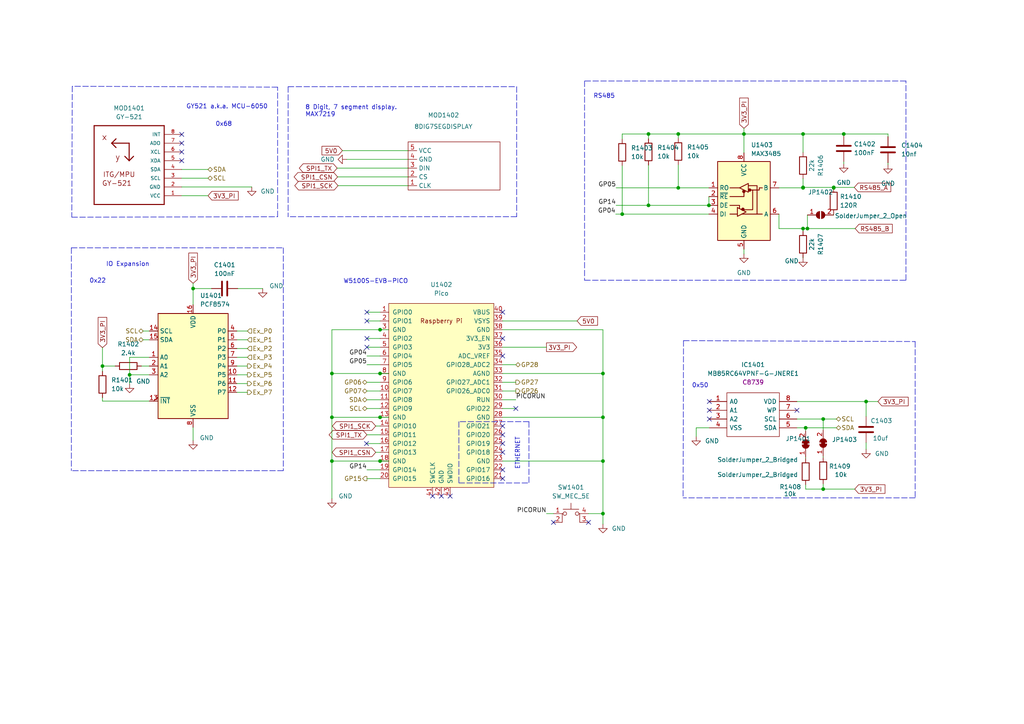
<source format=kicad_sch>
(kicad_sch (version 20211123) (generator eeschema)
  (paper "A4")
  (lib_symbols
    (symbol "Device:C" (pin_numbers hide) (pin_names (offset 0.254))
      (property "Reference" "C" (at 0.635 2.54 0))
      (property "Value" "C" (at 0.635 -2.54 0))
      (symbol "C_0_1"
        (polyline (pts (xy -2.032 -0.762) (xy 2.032 -0.762)) (stroke (width 0.508)))
        (polyline (pts (xy -2.032 0.762) (xy 2.032 0.762)) (stroke (width 0.508)))
      )
      (symbol "C_1_1"
        (pin passive line (at 0 3.81 270) (length 2.794) (name "~") (number "1"))
        (pin passive line (at 0 -3.81 90) (length 2.794) (name "~") (number "2"))
      )
    )
    (symbol "Device:R" (pin_numbers hide) (pin_names (offset 0))
      (property "Reference" "R" (at 2.032 0 90))
      (property "Value" "R" (at 0 0 90))
      (symbol "R_0_1"
        (rectangle (start -1.016 -2.54) (end 1.016 2.54) (stroke (width 0.254)))
      )
      (symbol "R_1_1"
        (pin passive line (at 0 3.81 270) (length 1.27) (name "~") (number "1"))
        (pin passive line (at 0 -3.81 90) (length 1.27) (name "~") (number "2"))
      )
    )
    (symbol "Interface_Expansion:PCF8574"
      (property "Reference" "U" (at -8.89 16.51 0))
      (property "Value" "PCF8574" (at 2.54 16.51 0))
      (symbol "PCF8574_0_1"
        (rectangle (start -10.16 15.24) (end 10.16 -15.24) (stroke (width 0.254)) (fill (type background)))
      )
      (symbol "PCF8574_1_1"
        (pin input line (at -12.7 2.54 0) (length 2.54) (name "A0") (number "1"))
        (pin bidirectional line (at 12.7 -2.54 180) (length 2.54) (name "P5") (number "10"))
        (pin bidirectional line (at 12.7 -5.08 180) (length 2.54) (name "P6") (number "11"))
        (pin bidirectional line (at 12.7 -7.62 180) (length 2.54) (name "P7") (number "12"))
        (pin open_collector output_low (at -12.7 -10.16 0) (length 2.54) (name "~{INT}") (number "13"))
        (pin input line (at -12.7 10.16 0) (length 2.54) (name "SCL") (number "14"))
        (pin bidirectional line (at -12.7 7.62 0) (length 2.54) (name "SDA") (number "15"))
        (pin power_in line (at 0 17.78 270) (length 2.54) (name "VDD") (number "16"))
        (pin input line (at -12.7 0 0) (length 2.54) (name "A1") (number "2"))
        (pin input line (at -12.7 -2.54 0) (length 2.54) (name "A2") (number "3"))
        (pin bidirectional line (at 12.7 10.16 180) (length 2.54) (name "P0") (number "4"))
        (pin bidirectional line (at 12.7 7.62 180) (length 2.54) (name "P1") (number "5"))
        (pin bidirectional line (at 12.7 5.08 180) (length 2.54) (name "P2") (number "6"))
        (pin bidirectional line (at 12.7 2.54 180) (length 2.54) (name "P3") (number "7"))
        (pin power_in line (at 0 -17.78 90) (length 2.54) (name "VSS") (number "8"))
        (pin bidirectional line (at 12.7 0 180) (length 2.54) (name "P4") (number "9"))
      )
    )
    (symbol "Interface_UART:MAX3485"
      (property "Reference" "U" (at -6.096 11.43 0))
      (property "Value" "MAX3485" (at 0.762 11.43 0))
      (symbol "MAX3485_0_1"
        (rectangle (start -7.62 10.16) (end 7.62 -12.7) (stroke (width 0.254)) (fill (type background)))
        (circle (center -0.3048 -3.683) (radius 0.3556) (stroke (width 0.254)) (fill (type outline)))
        (circle (center -0.0254 1.4986) (radius 0.3556) (stroke (width 0.254)) (fill (type outline)))
        (polyline (pts (xy -4.064 -5.08) (xy -1.905 -5.08)) (stroke (width 0.254)))
        (polyline (pts (xy -4.064 2.54) (xy -1.27 2.54)) (stroke (width 0.254)))
        (polyline (pts (xy -1.27 -3.2004) (xy -1.27 -3.4544)) (stroke (width 0.254)))
        (polyline (pts (xy -0.635 -5.08) (xy 5.334 -5.08)) (stroke (width 0.254)))
        (polyline (pts (xy -4.064 -2.54) (xy -1.27 -2.54) (xy -1.27 -3.175)) (stroke (width 0.254)))
        (polyline (pts (xy 0 1.27) (xy 0 0) (xy -4.064 0)) (stroke (width 0.254)))
        (polyline (pts (xy 1.27 3.175) (xy 3.81 3.175) (xy 3.81 -5.08)) (stroke (width 0.254)))
        (polyline (pts (xy 2.54 1.905) (xy 2.54 -3.81) (xy 0 -3.81)) (stroke (width 0.254)))
        (polyline (pts (xy -1.905 -3.175) (xy -1.905 -5.715) (xy 0.635 -4.445) (xy -1.905 -3.175)) (stroke (width 0.254)))
        (polyline (pts (xy -1.27 2.54) (xy 1.27 3.81) (xy 1.27 1.27) (xy -1.27 2.54)) (stroke (width 0.254)))
        (polyline (pts (xy 1.905 1.905) (xy 4.445 1.905) (xy 4.445 2.54) (xy 5.334 2.54)) (stroke (width 0.254)))
        (rectangle (start 1.27 3.175) (end 1.27 3.175))
        (circle (center 1.651 1.905) (radius 0.3556) (stroke (width 0.254)) (fill (type outline)))
      )
      (symbol "MAX3485_1_1"
        (pin output line (at -10.16 2.54 0) (length 2.54) (name "RO") (number "1"))
        (pin input line (at -10.16 0 0) (length 2.54) (name "~{RE}") (number "2"))
        (pin input line (at -10.16 -2.54 0) (length 2.54) (name "DE") (number "3"))
        (pin input line (at -10.16 -5.08 0) (length 2.54) (name "DI") (number "4"))
        (pin power_in line (at 0 -15.24 90) (length 2.54) (name "GND") (number "5"))
        (pin bidirectional line (at 10.16 -5.08 180) (length 2.54) (name "A") (number "6"))
        (pin bidirectional line (at 10.16 2.54 180) (length 2.54) (name "B") (number "7"))
        (pin power_in line (at 0 12.7 270) (length 2.54) (name "VCC") (number "8"))
      )
    )
    (symbol "Jumper:SolderJumper_2_Bridged" (pin_names (offset 0) hide)
      (property "Reference" "JP" (at 0 2.032 0))
      (property "Value" "SolderJumper_2_Bridged" (at 0 -2.54 0))
      (symbol "SolderJumper_2_Bridged_0_1"
        (rectangle (start -0.508 0.508) (end 0.508 -0.508) (fill (type outline)))
        (arc (start -0.254 1.016) (mid -1.27 0) (end -0.254 -1.016))
        (arc (start -0.254 1.016) (mid -1.27 0) (end -0.254 -1.016) (fill (type outline)))
        (polyline (pts (xy -0.254 1.016) (xy -0.254 -1.016)))
        (polyline (pts (xy 0.254 1.016) (xy 0.254 -1.016)))
        (arc (start 0.254 -1.016) (mid 1.27 0) (end 0.254 1.016))
        (arc (start 0.254 -1.016) (mid 1.27 0) (end 0.254 1.016) (fill (type outline)))
      )
      (symbol "SolderJumper_2_Bridged_1_1"
        (pin passive line (at -3.81 0 0) (length 2.54) (name "A") (number "1"))
        (pin passive line (at 3.81 0 180) (length 2.54) (name "B") (number "2"))
      )
    )
    (symbol "Jumper:SolderJumper_2_Open" (pin_names (offset 0) hide)
      (property "Reference" "JP" (at 0 2.032 0))
      (property "Value" "SolderJumper_2_Open" (at 0 -2.54 0))
      (symbol "SolderJumper_2_Open_0_1"
        (arc (start -0.254 1.016) (mid -1.27 0) (end -0.254 -1.016))
        (arc (start -0.254 1.016) (mid -1.27 0) (end -0.254 -1.016) (fill (type outline)))
        (polyline (pts (xy -0.254 1.016) (xy -0.254 -1.016)))
        (polyline (pts (xy 0.254 1.016) (xy 0.254 -1.016)))
        (arc (start 0.254 -1.016) (mid 1.27 0) (end 0.254 1.016))
        (arc (start 0.254 -1.016) (mid 1.27 0) (end 0.254 1.016) (fill (type outline)))
      )
      (symbol "SolderJumper_2_Open_1_1"
        (pin passive line (at -3.81 0 0) (length 2.54) (name "A") (number "1"))
        (pin passive line (at 3.81 0 180) (length 2.54) (name "B") (number "2"))
      )
    )
    (symbol "PCB_Library:8DIG7SEGDISPLAY"
      (property "Reference" "MOD" (at 2.54 10.16 0))
      (property "Value" "8DIG7SEGDISPLAY" (at 2.54 7.62 0))
      (symbol "8DIG7SEGDISPLAY_0_1"
        (rectangle (start -10.16 5.08) (end 16.51 -8.89))
      )
      (symbol "8DIG7SEGDISPLAY_1_1"
        (pin bidirectional line (at -10.16 -7.62 0) (length 2.54) (name "CLK") (number "1"))
        (pin bidirectional line (at -10.16 -5.08 0) (length 2.54) (name "CS") (number "2"))
        (pin bidirectional line (at -10.16 -2.54 0) (length 2.54) (name "DIN") (number "3"))
        (pin input line (at -10.16 0 0) (length 2.54) (name "GND") (number "4"))
        (pin input line (at -10.16 2.54 0) (length 2.54) (name "VCC") (number "5"))
      )
    )
    (symbol "PCB_Library:GY-521" (pin_names (offset 1.016))
      (property "Reference" "MOD" (at 0 3.302 0))
      (property "Value" "GY-521" (at 0 -22.86 0))
      (symbol "GY-521_0_0"
        (polyline (pts (xy 0 -20.32) (xy 20.32 -20.32)) (stroke (width 0.3048)))
        (polyline (pts (xy 0 2.54) (xy 0 -20.32)) (stroke (width 0.3048)))
        (polyline (pts (xy 10.16 -15.24) (xy 10.16 -10.16)) (stroke (width 0.3048)))
        (polyline (pts (xy 10.16 -15.24) (xy 15.24 -15.24)) (stroke (width 0.3048)))
        (polyline (pts (xy 10.16 -10.16) (xy 8.89 -11.43)) (stroke (width 0.3048)))
        (polyline (pts (xy 10.16 -10.16) (xy 11.43 -11.43)) (stroke (width 0.3048)))
        (polyline (pts (xy 15.24 -15.24) (xy 13.97 -16.51)) (stroke (width 0.3048)))
        (polyline (pts (xy 15.24 -15.24) (xy 13.97 -13.97)) (stroke (width 0.3048)))
        (polyline (pts (xy 20.32 -20.32) (xy 20.32 2.54)) (stroke (width 0.3048)))
        (polyline (pts (xy 20.32 2.54) (xy 0 2.54)) (stroke (width 0.3048)))
        (text "GY-521" (at 9.398 -2.794 0) (effects (font (size 1.4224 1.4224)) (justify left bottom)))
        (text "ITG/MPU" (at 8.382 -5.334 0) (effects (font (size 1.4224 1.4224)) (justify left bottom)))
        (text "x" (at 16.51 -16.002 0) (effects (font (size 1.778 1.778)) (justify left bottom)))
        (text "y" (at 12.7 -10.16 0) (effects (font (size 1.778 1.778)) (justify left bottom)))
        (pin bidirectional line (at -5.08 0 0) (length 5.08) (name "VCC") (number "1"))
        (pin bidirectional line (at -5.08 -2.54 0) (length 5.08) (name "GND") (number "2"))
        (pin bidirectional line (at -5.08 -5.08 0) (length 5.08) (name "SCL") (number "3"))
        (pin bidirectional line (at -5.08 -7.62 0) (length 5.08) (name "SDA") (number "4"))
        (pin bidirectional line (at -5.08 -10.16 0) (length 5.08) (name "XDA") (number "5"))
        (pin bidirectional line (at -5.08 -12.7 0) (length 5.08) (name "XCL") (number "6"))
        (pin bidirectional line (at -5.08 -15.24 0) (length 5.08) (name "ADO") (number "7"))
        (pin bidirectional line (at -5.08 -17.78 0) (length 5.08) (name "INT") (number "8"))
      )
    )
    (symbol "PCB_Library:MB85RC16PNF-G-JNERE1" (pin_names (offset 0.762))
      (property "Reference" "IC" (at 21.59 7.62 0))
      (property "Value" "MB85RC16PNF-G-JNERE1" (at 21.59 5.08 0))
      (property "LCSC" "C8739" (at 0 0 0))
      (symbol "MB85RC16PNF-G-JNERE1_0_0"
        (pin passive line (at 0 0 0) (length 5.08) (name "A0") (number "1"))
        (pin passive line (at 0 -2.54 0) (length 5.08) (name "A1") (number "2"))
        (pin passive line (at 0 -5.08 0) (length 5.08) (name "A2") (number "3"))
        (pin passive line (at 0 -7.62 0) (length 5.08) (name "VSS") (number "4"))
        (pin passive line (at 25.4 -7.62 180) (length 5.08) (name "SDA") (number "5"))
        (pin passive line (at 25.4 -5.08 180) (length 5.08) (name "SCL") (number "6"))
        (pin passive line (at 25.4 -2.54 180) (length 5.08) (name "WP") (number "7"))
        (pin passive line (at 25.4 0 180) (length 5.08) (name "VDD") (number "8"))
      )
      (symbol "MB85RC16PNF-G-JNERE1_0_1"
        (polyline (pts (xy 5.08 2.54) (xy 20.32 2.54) (xy 20.32 -10.16) (xy 5.08 -10.16) (xy 5.08 2.54)) (stroke (width 0.1524)))
      )
    )
    (symbol "PCB_Library:Pico" (pin_names (offset 1.016))
      (property "Reference" "U" (at -13.97 27.94 0))
      (property "Value" "Pico" (at 0 19.05 0))
      (symbol "Pico_0_0"
        (text "Raspberry Pi" (at 0 21.59 0) (effects (font (size 1.27 1.27))))
      )
      (symbol "Pico_0_1"
        (rectangle (start -15.24 26.67) (end 15.24 -26.67) (fill (type background)))
      )
      (symbol "Pico_1_1"
        (pin bidirectional line (at -17.78 24.13 0) (length 2.54) (name "GPIO0") (number "1"))
        (pin bidirectional line (at -17.78 1.27 0) (length 2.54) (name "GPIO7") (number "10"))
        (pin bidirectional line (at -17.78 -1.27 0) (length 2.54) (name "GPIO8") (number "11"))
        (pin bidirectional line (at -17.78 -3.81 0) (length 2.54) (name "GPIO9") (number "12"))
        (pin power_in line (at -17.78 -6.35 0) (length 2.54) (name "GND") (number "13"))
        (pin bidirectional line (at -17.78 -8.89 0) (length 2.54) (name "GPIO10") (number "14"))
        (pin bidirectional line (at -17.78 -11.43 0) (length 2.54) (name "GPIO11") (number "15"))
        (pin bidirectional line (at -17.78 -13.97 0) (length 2.54) (name "GPIO12") (number "16"))
        (pin bidirectional line (at -17.78 -16.51 0) (length 2.54) (name "GPIO13") (number "17"))
        (pin power_in line (at -17.78 -19.05 0) (length 2.54) (name "GND") (number "18"))
        (pin bidirectional line (at -17.78 -21.59 0) (length 2.54) (name "GPIO14") (number "19"))
        (pin bidirectional line (at -17.78 21.59 0) (length 2.54) (name "GPIO1") (number "2"))
        (pin bidirectional line (at -17.78 -24.13 0) (length 2.54) (name "GPIO15") (number "20"))
        (pin bidirectional line (at 17.78 -24.13 180) (length 2.54) (name "GPIO16") (number "21"))
        (pin bidirectional line (at 17.78 -21.59 180) (length 2.54) (name "GPIO17") (number "22"))
        (pin power_in line (at 17.78 -19.05 180) (length 2.54) (name "GND") (number "23"))
        (pin bidirectional line (at 17.78 -16.51 180) (length 2.54) (name "GPIO18") (number "24"))
        (pin bidirectional line (at 17.78 -13.97 180) (length 2.54) (name "GPIO19") (number "25"))
        (pin bidirectional line (at 17.78 -11.43 180) (length 2.54) (name "GPIO20") (number "26"))
        (pin bidirectional line (at 17.78 -8.89 180) (length 2.54) (name "GPIO21") (number "27"))
        (pin power_in line (at 17.78 -6.35 180) (length 2.54) (name "GND") (number "28"))
        (pin bidirectional line (at 17.78 -3.81 180) (length 2.54) (name "GPIO22") (number "29"))
        (pin power_in line (at -17.78 19.05 0) (length 2.54) (name "GND") (number "3"))
        (pin input line (at 17.78 -1.27 180) (length 2.54) (name "RUN") (number "30"))
        (pin bidirectional line (at 17.78 1.27 180) (length 2.54) (name "GPIO26_ADC0") (number "31"))
        (pin bidirectional line (at 17.78 3.81 180) (length 2.54) (name "GPIO27_ADC1") (number "32"))
        (pin power_in line (at 17.78 6.35 180) (length 2.54) (name "AGND") (number "33"))
        (pin bidirectional line (at 17.78 8.89 180) (length 2.54) (name "GPIO28_ADC2") (number "34"))
        (pin unspecified line (at 17.78 11.43 180) (length 2.54) (name "ADC_VREF") (number "35"))
        (pin unspecified line (at 17.78 13.97 180) (length 2.54) (name "3V3") (number "36"))
        (pin input line (at 17.78 16.51 180) (length 2.54) (name "3V3_EN") (number "37"))
        (pin bidirectional line (at 17.78 19.05 180) (length 2.54) (name "GND") (number "38"))
        (pin unspecified line (at 17.78 21.59 180) (length 2.54) (name "VSYS") (number "39"))
        (pin bidirectional line (at -17.78 16.51 0) (length 2.54) (name "GPIO2") (number "4"))
        (pin unspecified line (at 17.78 24.13 180) (length 2.54) (name "VBUS") (number "40"))
        (pin input line (at -2.54 -29.21 90) (length 2.54) (name "SWCLK") (number "41"))
        (pin power_in line (at 0 -29.21 90) (length 2.54) (name "GND") (number "42"))
        (pin bidirectional line (at 2.54 -29.21 90) (length 2.54) (name "SWDIO") (number "43"))
        (pin bidirectional line (at -17.78 13.97 0) (length 2.54) (name "GPIO3") (number "5"))
        (pin bidirectional line (at -17.78 11.43 0) (length 2.54) (name "GPIO4") (number "6"))
        (pin bidirectional line (at -17.78 8.89 0) (length 2.54) (name "GPIO5") (number "7"))
        (pin power_in line (at -17.78 6.35 0) (length 2.54) (name "GND") (number "8"))
        (pin bidirectional line (at -17.78 3.81 0) (length 2.54) (name "GPIO6") (number "9"))
      )
    )
    (symbol "Switch:SW_MEC_5E" (pin_names (offset 1.016) hide)
      (property "Reference" "SW" (at 0.635 5.715 0))
      (property "Value" "SW_MEC_5E" (at 0 -3.175 0))
      (symbol "SW_MEC_5E_0_1"
        (circle (center -1.778 2.54) (radius 0.508))
        (polyline (pts (xy -2.286 3.81) (xy 2.286 3.81)))
        (polyline (pts (xy 0 3.81) (xy 0 5.588)))
        (polyline (pts (xy -2.54 0) (xy -2.54 2.54) (xy -2.286 2.54)))
        (polyline (pts (xy 2.54 0) (xy 2.54 2.54) (xy 2.286 2.54)))
        (circle (center 1.778 2.54) (radius 0.508))
        (pin passive line (at -5.08 2.54 0) (length 2.54) (name "1") (number "1"))
        (pin passive line (at -5.08 0 0) (length 2.54) (name "2") (number "2"))
        (pin passive line (at 5.08 0 180) (length 2.54) (name "K") (number "3"))
        (pin passive line (at 5.08 2.54 180) (length 2.54) (name "A") (number "4"))
      )
    )
    (symbol "power:GND" (power) (pin_names (offset 0))
      (property "Value" "GND" (at 0 -3.81 0))
      (symbol "GND_0_1"
        (polyline (pts (xy 0 0) (xy 0 -1.27) (xy 1.27 -1.27) (xy 0 -2.54) (xy -1.27 -1.27) (xy 0 -1.27)))
      )
      (symbol "GND_1_1"
        (pin power_in line (at 0 0 270) (length 0) hide (name "GND") (number "1"))
      )
    )
  )
  (junction (at 205.613 59.563))
  (junction (at 110.236 133.731))
  (junction (at 180.467 62.103))
  (junction (at 251.206 116.459))
  (junction (at 96.266 121.031))
  (junction (at 238.76 141.859))
  (junction (at 234.188 66.294))
  (junction (at 241.808 54.356))
  (junction (at 238.76 121.539))
  (junction (at 56.007 83.693))
  (junction (at 110.236 121.031))
  (junction (at 174.879 148.971))
  (junction (at 96.266 108.331))
  (junction (at 232.918 38.862))
  (junction (at 174.879 133.731))
  (junction (at 233.68 124.079))
  (junction (at 188.087 38.862))
  (junction (at 196.723 54.483))
  (junction (at 37.592 108.712))
  (junction (at 232.918 54.356))
  (junction (at 232.918 54.483))
  (junction (at 29.718 106.172))
  (junction (at 174.879 121.031))
  (junction (at 96.266 133.731))
  (junction (at 196.723 38.862))
  (junction (at 188.087 59.563))
  (junction (at 110.236 108.331))
  (junction (at 241.808 54.483))
  (junction (at 232.918 66.294))
  (junction (at 215.773 38.862))
  (junction (at 244.729 38.862))
  (junction (at 174.879 108.331))
  (junction (at 110.236 95.631))
  (no_connect (at 149.606 118.491))
  (no_connect (at 106.299 128.651))
  (no_connect (at 128.016 143.891))
  (no_connect (at 130.556 143.891))
  (no_connect (at 125.476 143.891))
  (no_connect (at 145.796 98.171))
  (no_connect (at 145.796 103.251))
  (no_connect (at 231.14 118.999))
  (no_connect (at 205.74 121.539))
  (no_connect (at 205.74 118.999))
  (no_connect (at 205.74 116.459))
  (no_connect (at 145.796 90.551))
  (no_connect (at 106.426 90.551))
  (no_connect (at 106.426 93.091))
  (no_connect (at 106.426 98.171))
  (no_connect (at 106.426 100.711))
  (no_connect (at 170.688 151.511))
  (no_connect (at 160.528 151.511))
  (no_connect (at 52.705 38.989))
  (no_connect (at 52.705 41.529))
  (no_connect (at 52.705 44.069))
  (no_connect (at 52.705 46.609))
  (no_connect (at 145.796 128.651))
  (no_connect (at 145.796 131.191))
  (no_connect (at 145.796 136.271))
  (no_connect (at 145.796 138.811))
  (no_connect (at 145.796 123.571))
  (no_connect (at 145.796 126.111))
  (polyline (pts (xy 169.545 81.28) (xy 262.763 81.28)))
  (wire (pts (xy 106.426 103.251) (xy 110.236 103.251)))
  (wire (pts (xy 215.773 72.263) (xy 215.773 73.66)))
  (wire (pts (xy 52.705 49.149) (xy 60.325 49.149)))
  (wire (pts (xy 106.426 126.111) (xy 110.236 126.111)))
  (wire (pts (xy 76.2 83.693) (xy 68.961 83.693)))
  (polyline (pts (xy 80.518 25.273) (xy 20.955 25.019)))
  (wire (pts (xy 233.68 132.588) (xy 233.68 132.969)))
  (wire (pts (xy 205.74 124.079) (xy 201.93 124.079)))
  (polyline (pts (xy 20.701 71.882) (xy 20.701 136.525)))
  (wire (pts (xy 145.796 115.951) (xy 149.606 115.951)))
  (wire (pts (xy 180.467 40.386) (xy 180.467 38.862)))
  (polyline (pts (xy 133.096 140.081) (xy 153.416 140.081)))
  (wire (pts (xy 29.718 116.332) (xy 29.718 115.316)))
  (wire (pts (xy 106.426 110.871) (xy 110.236 110.871)))
  (wire (pts (xy 71.755 101.092) (xy 68.707 101.092)))
  (wire (pts (xy 188.087 47.879) (xy 188.087 59.563)))
  (wire (pts (xy 71.755 98.552) (xy 68.707 98.552)))
  (polyline (pts (xy 153.416 122.301) (xy 133.096 122.301)))
  (wire (pts (xy 178.689 59.563) (xy 188.087 59.563)))
  (wire (pts (xy 106.426 138.811) (xy 110.236 138.811)))
  (wire (pts (xy 174.879 95.631) (xy 174.879 108.331)))
  (wire (pts (xy 238.76 132.334) (xy 238.76 132.715)))
  (wire (pts (xy 238.76 141.859) (xy 233.68 141.859)))
  (wire (pts (xy 257.556 47.244) (xy 257.556 47.752)))
  (wire (pts (xy 106.299 128.651) (xy 110.236 128.651)))
  (wire (pts (xy 174.879 152.019) (xy 174.879 148.971)))
  (wire (pts (xy 41.529 96.012) (xy 43.307 96.012)))
  (wire (pts (xy 215.773 38.862) (xy 215.773 44.323)))
  (wire (pts (xy 43.307 108.712) (xy 37.592 108.712)))
  (polyline (pts (xy 20.828 62.992) (xy 80.518 62.865)))
  (wire (pts (xy 106.426 90.551) (xy 110.236 90.551)))
  (wire (pts (xy 231.14 121.539) (xy 238.76 121.539)))
  (wire (pts (xy 232.918 44.196) (xy 232.918 38.862)))
  (wire (pts (xy 97.917 51.308) (xy 118.364 51.308)))
  (wire (pts (xy 180.467 38.862) (xy 188.087 38.862)))
  (wire (pts (xy 97.79 48.768) (xy 118.364 48.768)))
  (wire (pts (xy 244.729 38.862) (xy 257.556 38.862)))
  (wire (pts (xy 41.529 98.552) (xy 43.307 98.552)))
  (wire (pts (xy 196.723 54.483) (xy 205.613 54.483)))
  (wire (pts (xy 37.592 103.632) (xy 37.592 108.712)))
  (wire (pts (xy 145.796 121.031) (xy 174.879 121.031)))
  (wire (pts (xy 180.467 62.103) (xy 205.613 62.103)))
  (wire (pts (xy 52.705 51.689) (xy 60.325 51.689)))
  (wire (pts (xy 98.044 53.848) (xy 118.364 53.848)))
  (wire (pts (xy 71.755 96.012) (xy 68.707 96.012)))
  (wire (pts (xy 96.266 121.031) (xy 96.266 133.731)))
  (wire (pts (xy 43.307 116.332) (xy 29.718 116.332)))
  (wire (pts (xy 174.879 108.331) (xy 174.879 121.031)))
  (polyline (pts (xy 80.518 62.865) (xy 80.518 25.273)))
  (wire (pts (xy 232.918 51.816) (xy 232.918 54.356)))
  (wire (pts (xy 52.705 54.229) (xy 73.025 54.229)))
  (wire (pts (xy 174.879 148.971) (xy 174.879 133.731)))
  (wire (pts (xy 145.796 118.491) (xy 149.606 118.491)))
  (wire (pts (xy 29.718 106.172) (xy 29.718 107.696)))
  (wire (pts (xy 238.76 121.539) (xy 242.57 121.539)))
  (wire (pts (xy 251.206 116.459) (xy 251.206 120.777)))
  (wire (pts (xy 215.773 38.862) (xy 232.918 38.862)))
  (wire (pts (xy 52.705 56.769) (xy 60.325 56.769)))
  (polyline (pts (xy 169.545 23.495) (xy 169.545 81.28)))
  (wire (pts (xy 238.76 121.539) (xy 238.76 124.714)))
  (polyline (pts (xy 133.096 122.301) (xy 133.096 140.081)))
  (wire (pts (xy 71.755 111.252) (xy 68.707 111.252)))
  (wire (pts (xy 196.723 38.862) (xy 188.087 38.862)))
  (wire (pts (xy 106.426 115.951) (xy 110.236 115.951)))
  (wire (pts (xy 215.773 37.211) (xy 215.773 38.862)))
  (wire (pts (xy 106.426 100.711) (xy 110.236 100.711)))
  (wire (pts (xy 257.556 39.624) (xy 257.556 38.862)))
  (wire (pts (xy 241.808 62.103) (xy 241.808 62.357)))
  (wire (pts (xy 196.723 40.132) (xy 196.723 38.862)))
  (wire (pts (xy 241.808 54.356) (xy 241.808 54.483)))
  (wire (pts (xy 71.755 108.712) (xy 68.707 108.712)))
  (polyline (pts (xy 198.247 98.806) (xy 198.12 144.399)))
  (polyline (pts (xy 149.86 62.865) (xy 83.566 62.865)))
  (wire (pts (xy 233.68 124.079) (xy 242.57 124.079)))
  (polyline (pts (xy 82.169 136.525) (xy 20.701 136.525)))
  (wire (pts (xy 96.266 108.331) (xy 96.266 121.031)))
  (wire (pts (xy 56.007 127.762) (xy 56.007 123.952)))
  (wire (pts (xy 99.314 43.688) (xy 118.364 43.688)))
  (wire (pts (xy 106.426 93.091) (xy 110.236 93.091)))
  (wire (pts (xy 56.007 82.169) (xy 56.007 83.693)))
  (wire (pts (xy 244.729 38.862) (xy 232.918 38.862)))
  (polyline (pts (xy 20.701 71.882) (xy 82.169 71.882)))
  (polyline (pts (xy 153.416 122.301) (xy 153.416 140.081)))
  (wire (pts (xy 232.918 67.056) (xy 232.918 66.294)))
  (wire (pts (xy 247.904 141.859) (xy 238.76 141.859)))
  (wire (pts (xy 106.426 105.791) (xy 110.236 105.791)))
  (wire (pts (xy 37.592 108.712) (xy 37.592 111.379)))
  (wire (pts (xy 41.021 106.172) (xy 43.307 106.172)))
  (wire (pts (xy 56.007 83.693) (xy 56.007 88.392)))
  (wire (pts (xy 205.613 57.023) (xy 205.613 59.563)))
  (wire (pts (xy 112.776 133.731) (xy 110.236 133.731)))
  (wire (pts (xy 110.236 133.731) (xy 96.266 133.731)))
  (wire (pts (xy 145.796 105.791) (xy 149.606 105.791)))
  (wire (pts (xy 43.307 103.632) (xy 37.592 103.632)))
  (wire (pts (xy 244.729 39.243) (xy 244.729 38.862)))
  (wire (pts (xy 145.796 93.091) (xy 167.386 93.091)))
  (wire (pts (xy 108.966 123.571) (xy 110.236 123.571)))
  (wire (pts (xy 241.808 54.356) (xy 247.777 54.356)))
  (polyline (pts (xy 262.763 81.28) (xy 262.763 23.495)))
  (wire (pts (xy 71.755 113.792) (xy 68.707 113.792)))
  (polyline (pts (xy 265.43 99.06) (xy 265.43 144.399)))
  (wire (pts (xy 234.188 66.294) (xy 248.031 66.294)))
  (wire (pts (xy 251.206 130.302) (xy 251.206 128.397)))
  (wire (pts (xy 96.266 133.731) (xy 96.266 144.653)))
  (wire (pts (xy 170.688 148.971) (xy 174.879 148.971)))
  (wire (pts (xy 108.966 131.191) (xy 110.236 131.191)))
  (wire (pts (xy 196.723 54.483) (xy 178.689 54.483)))
  (wire (pts (xy 251.206 116.459) (xy 254.635 116.459)))
  (polyline (pts (xy 83.566 25.146) (xy 149.86 25.146)))
  (wire (pts (xy 112.776 108.331) (xy 110.236 108.331)))
  (wire (pts (xy 145.796 113.411) (xy 149.606 113.411)))
  (polyline (pts (xy 83.566 25.146) (xy 83.566 62.865)))
  (polyline (pts (xy 262.763 23.495) (xy 169.545 23.495)))
  (wire (pts (xy 231.14 124.079) (xy 233.68 124.079)))
  (wire (pts (xy 96.266 95.631) (xy 96.266 108.331)))
  (wire (pts (xy 225.933 54.483) (xy 232.918 54.483)))
  (wire (pts (xy 196.723 47.752) (xy 196.723 54.483)))
  (wire (pts (xy 232.918 74.803) (xy 232.918 74.676)))
  (wire (pts (xy 178.562 62.103) (xy 180.467 62.103)))
  (wire (pts (xy 174.879 121.031) (xy 174.879 133.731)))
  (wire (pts (xy 100.584 46.228) (xy 118.364 46.228)))
  (polyline (pts (xy 20.955 25.019) (xy 20.828 62.992)))
  (polyline (pts (xy 149.86 25.146) (xy 149.86 62.865)))
  (wire (pts (xy 106.426 118.491) (xy 110.236 118.491)))
  (wire (pts (xy 188.087 59.563) (xy 205.613 59.563)))
  (wire (pts (xy 225.933 62.103) (xy 225.933 66.294)))
  (wire (pts (xy 233.68 141.859) (xy 233.68 140.589)))
  (wire (pts (xy 56.007 83.693) (xy 61.341 83.693)))
  (wire (pts (xy 110.236 108.331) (xy 96.266 108.331)))
  (wire (pts (xy 232.918 54.356) (xy 232.918 54.483)))
  (wire (pts (xy 180.467 48.006) (xy 180.467 62.103)))
  (wire (pts (xy 71.755 103.632) (xy 68.707 103.632)))
  (wire (pts (xy 145.796 110.871) (xy 149.606 110.871)))
  (wire (pts (xy 234.188 62.357) (xy 234.188 66.294)))
  (wire (pts (xy 225.933 66.294) (xy 232.918 66.294)))
  (polyline (pts (xy 82.169 71.882) (xy 82.169 136.525)))
  (wire (pts (xy 145.796 100.711) (xy 158.496 100.711)))
  (wire (pts (xy 106.426 98.171) (xy 110.236 98.171)))
  (wire (pts (xy 231.14 116.459) (xy 251.206 116.459)))
  (wire (pts (xy 112.776 121.031) (xy 110.236 121.031)))
  (wire (pts (xy 244.729 47.498) (xy 244.729 46.863)))
  (wire (pts (xy 112.776 95.631) (xy 110.236 95.631)))
  (wire (pts (xy 145.796 95.631) (xy 174.879 95.631)))
  (wire (pts (xy 106.426 136.271) (xy 110.236 136.271)))
  (wire (pts (xy 29.718 100.838) (xy 29.718 106.172)))
  (polyline (pts (xy 198.247 98.806) (xy 265.43 99.06)))
  (wire (pts (xy 238.76 140.335) (xy 238.76 141.859)))
  (wire (pts (xy 110.236 95.631) (xy 96.266 95.631)))
  (wire (pts (xy 145.796 108.331) (xy 174.879 108.331)))
  (wire (pts (xy 188.087 38.862) (xy 188.087 40.259)))
  (wire (pts (xy 110.236 121.031) (xy 96.266 121.031)))
  (wire (pts (xy 232.918 66.294) (xy 234.188 66.294)))
  (wire (pts (xy 158.496 148.971) (xy 160.528 148.971)))
  (wire (pts (xy 196.723 38.862) (xy 215.773 38.862)))
  (wire (pts (xy 29.718 106.172) (xy 33.401 106.172)))
  (wire (pts (xy 174.879 133.731) (xy 145.796 133.731)))
  (wire (pts (xy 232.918 54.356) (xy 241.808 54.356)))
  (wire (pts (xy 106.426 113.411) (xy 110.236 113.411)))
  (polyline (pts (xy 265.43 144.399) (xy 198.12 144.399)))
  (wire (pts (xy 71.755 106.172) (xy 68.707 106.172)))
  (wire (pts (xy 201.93 124.079) (xy 201.93 126.619)))
  (wire (pts (xy 233.68 124.079) (xy 233.68 124.968)))
  (text "GY521 a.k.a. MCU-6050" (at 53.975 31.75 0) (effects (font (size 1.27 1.27)) (justify left bottom)))
  (text "RS485\n" (at 172.085 28.702 0) (effects (font (size 1.27 1.27)) (justify left bottom)))
  (text "8 Digit, 7 segment display.\nMAX7219\n" (at 88.519 34.036 0) (effects (font (size 1.27 1.27)) (justify left bottom)))
  (text "0x68" (at 62.484 36.83 0) (effects (font (size 1.27 1.27)) (justify left bottom)))
  (text "0x22\n" (at 25.908 82.296 0) (effects (font (size 1.27 1.27)) (justify left bottom)))
  (text "0x50" (at 200.66 112.649 0) (effects (font (size 1.27 1.27)) (justify left bottom)))
  (text "W5100S-EVB-PICO" (at 99.568 82.423 0) (effects (font (size 1.27 1.27)) (justify left bottom)))
  (text "ETHERNET" (at 150.876 136.271 90) (effects (font (size 1.27 1.27)) (justify left bottom)))
  (text "IO Expansion\n" (at 30.734 77.47 0) (effects (font (size 1.27 1.27)) (justify left bottom)))
  (label "GP04" (at 106.426 103.251 180))
  (label "PICORUN" (at 158.496 148.971 180))
  (label "PICORUN" (at 149.606 115.951 0))
  (label "GP04" (at 178.562 62.103 180))
  (label "GP14" (at 178.689 59.563 180))
  (label "GP14" (at 106.426 136.271 180))
  (label "GP05" (at 178.689 54.483 180))
  (label "GP05" (at 106.426 105.791 180))
  (global_label "SPI1_TX" (shape bidirectional) (at 106.426 126.111 180) (property "Intersheet References" "${INTERSHEET_REFS}" (effects hide)))
  (global_label "SPI1_SCK" (shape bidirectional) (at 98.044 53.848 180) (property "Intersheet References" "${INTERSHEET_REFS}" (effects hide)))
  (global_label "3V3_PI" (shape input) (at 60.325 56.769 0) (property "Intersheet References" "${INTERSHEET_REFS}" (effects hide)))
  (global_label "3V3_PI" (shape input) (at 254.635 116.459 0) (property "Intersheet References" "${INTERSHEET_REFS}" (effects hide)))
  (global_label "5V0" (shape input) (at 167.386 93.091 0) (property "Intersheet References" "${INTERSHEET_REFS}" (effects hide)))
  (global_label "SPI1_TX" (shape bidirectional) (at 97.79 48.768 180) (property "Intersheet References" "${INTERSHEET_REFS}" (effects hide)))
  (global_label "3V3_PI" (shape output) (at 158.496 100.711 0) (property "Intersheet References" "${INTERSHEET_REFS}" (effects hide)))
  (global_label "SPI1_CSN" (shape bidirectional) (at 97.917 51.308 180) (property "Intersheet References" "${INTERSHEET_REFS}" (effects hide)))
  (global_label "5V0" (shape input) (at 99.314 43.688 180) (property "Intersheet References" "${INTERSHEET_REFS}" (effects hide)))
  (global_label "SPI1_CSN" (shape bidirectional) (at 108.966 131.191 180) (property "Intersheet References" "${INTERSHEET_REFS}" (effects hide)))
  (global_label "RS485_A" (shape input) (at 247.777 54.356 0) (property "Intersheet References" "${INTERSHEET_REFS}" (effects hide)))
  (global_label "RS485_B" (shape input) (at 248.031 66.294 0) (property "Intersheet References" "${INTERSHEET_REFS}" (effects hide)))
  (global_label "SPI1_SCK" (shape bidirectional) (at 108.966 123.571 180) (property "Intersheet References" "${INTERSHEET_REFS}" (effects hide)))
  (global_label "3V3_PI" (shape input) (at 215.773 37.211 90) (property "Intersheet References" "${INTERSHEET_REFS}" (effects hide)))
  (global_label "3V3_PI" (shape input) (at 247.904 141.859 0) (property "Intersheet References" "${INTERSHEET_REFS}" (effects hide)))
  (global_label "3V3_PI" (shape input) (at 29.718 100.838 90) (property "Intersheet References" "${INTERSHEET_REFS}" (effects hide)))
  (global_label "3V3_PI" (shape input) (at 56.007 82.169 90) (property "Intersheet References" "${INTERSHEET_REFS}" (effects hide)))
  (hierarchical_label "SCL" (shape bidirectional) (at 242.57 121.539 0))
  (hierarchical_label "Ex_P0" (shape input) (at 71.755 96.012 0))
  (hierarchical_label "Ex_P2" (shape input) (at 71.755 101.092 0))
  (hierarchical_label "GP27" (shape output) (at 149.606 110.871 0))
  (hierarchical_label "Ex_P7" (shape output) (at 71.755 113.792 0))
  (hierarchical_label "GP26" (shape output) (at 149.606 113.411 0))
  (hierarchical_label "SDA" (shape bidirectional) (at 106.426 115.951 180))
  (hierarchical_label "Ex_P5" (shape output) (at 71.755 108.712 0))
  (hierarchical_label "SDA" (shape bidirectional) (at 60.325 49.149 0))
  (hierarchical_label "SCL" (shape bidirectional) (at 106.426 118.491 180))
  (hierarchical_label "SCL" (shape bidirectional) (at 41.529 96.012 180))
  (hierarchical_label "Ex_P4" (shape output) (at 71.755 106.172 0))
  (hierarchical_label "Ex_P3" (shape input) (at 71.755 103.632 0))
  (hierarchical_label "Ex_P1" (shape input) (at 71.755 98.552 0))
  (hierarchical_label "SDA" (shape bidirectional) (at 41.529 98.552 180))
  (hierarchical_label "SDA" (shape bidirectional) (at 242.57 124.079 0))
  (hierarchical_label "SCL" (shape bidirectional) (at 60.325 51.689 0))
  (hierarchical_label "GP28" (shape bidirectional) (at 149.606 105.791 0))
  (hierarchical_label "GP06" (shape bidirectional) (at 106.426 110.871 180))
  (hierarchical_label "GP07" (shape bidirectional) (at 106.426 113.411 180))
  (hierarchical_label "GP15" (shape output) (at 106.426 138.811 180))
  (hierarchical_label "Ex_P6" (shape output) (at 71.755 111.252 0))
  (symbol (lib_id "power:GND") (at 251.206 130.302 0) (unit 1)
    (property "Reference" "#PWR01412" (effects hide))
    (property "Value" "GND" (at 253.746 131.5719 0) (effects (justify left)))
  )
  (symbol (lib_id "Device:C") (at 251.206 124.587 180) (unit 1)
    (property "Reference" "C1403" (at 252.476 122.047 0) (effects (justify right)))
    (property "Value" "10uf" (at 253.111 127.127 0) (effects (justify right)))
    (property "Footprint" "Footprints:C_0603_1608Metric" (effects hide))
    (property "LCSC" "C92487" (effects hide))
  )
  (symbol (lib_id "Device:R") (at 232.918 48.006 180) (unit 1)
    (property "Reference" "R1406" (at 237.998 48.006 90))
    (property "Value" "22k" (at 235.458 48.006 90))
    (property "Footprint" "Footprints:R_0402_1005Metric" (effects hide))
    (property "LCSC" "C25768" (effects hide))
  )
  (symbol (lib_id "power:GND") (at 174.879 152.019 0) (unit 1)
    (property "Reference" "#PWR01407" (effects hide))
    (property "Value" "GND" (at 177.419 153.2889 0) (effects (justify left)))
  )
  (symbol (lib_id "Device:R") (at 196.723 43.942 0) (unit 1)
    (property "Reference" "R1405" (at 199.263 42.6719 0) (effects (justify left)))
    (property "Value" "10k" (at 199.263 45.2119 0) (effects (justify left)))
    (property "Footprint" "Footprints:R_0402_1005Metric" (effects hide))
    (property "LCSC" "C25744" (effects hide))
  )
  (symbol (lib_id "Device:R") (at 188.087 44.069 0) (unit 1)
    (property "Reference" "R1404" (at 190.627 42.7989 0) (effects (justify left)))
    (property "Value" "10k" (at 190.627 45.3389 0) (effects (justify left)))
    (property "Footprint" "Footprints:R_0402_1005Metric" (effects hide))
    (property "LCSC" "C25744" (effects hide))
  )
  (symbol (lib_id "power:GND") (at 215.773 73.66 0) (unit 1)
    (property "Reference" "#PWR01409" (effects hide))
    (property "Value" "GND" (at 215.773 79.121 0))
  )
  (symbol (lib_id "Jumper:SolderJumper_2_Bridged") (at 238.76 128.524 90) (unit 1)
    (property "Reference" "JP1403" (at 241.3 127.508 90) (effects (justify right)))
    (property "Value" "SolderJumper_2_Bridged" (at 208.026 137.668 90) (effects (justify right)))
    (property "Footprint" "Jumper:SolderJumper-2_P1.3mm_Bridged_RoundedPad1.0x1.5mm" (effects hide))
  )
  (symbol (lib_id "Device:C") (at 65.151 83.693 270) (unit 1)
    (property "Reference" "C1401" (at 65.151 76.835 90))
    (property "Value" "100nF" (at 65.151 79.375 90))
    (property "Footprint" "Footprints:C_0402_1005Metric" (effects hide))
    (property "LCSC" "C307331" (effects hide))
  )
  (symbol (lib_id "PCB_Library:Pico") (at 128.016 114.681 0) (unit 1)
    (property "Reference" "U1402" (at 128.016 82.55 0))
    (property "Value" "Pico" (at 128.016 85.09 0))
    (property "Footprint" "PCB_Library:RPi_Pico_SMD_TH" (effects hide))
  )
  (symbol (lib_id "power:GND") (at 73.025 54.229 0) (unit 1)
    (property "Reference" "#PWR01403" (effects hide))
    (property "Value" "GND" (at 75.565 55.4989 0) (effects (justify left)))
  )
  (symbol (lib_id "Switch:SW_MEC_5E") (at 165.608 151.511 0) (unit 1)
    (property "Reference" "SW1401" (at 165.608 141.351 0))
    (property "Value" "SW_MEC_5E" (at 165.608 143.891 0))
    (property "Footprint" "Footprints:SW_SPST_PTS645" (effects hide))
    (property "Datasheet" "http://www.apem.com/int/index.php?controller=attachment&id_attachment=1371" (effects hide))
    (property "LCSC" "C221880" (effects hide))
  )
  (symbol (lib_id "Interface_UART:MAX3485") (at 215.773 57.023 0) (unit 1)
    (property "Reference" "U1403" (at 217.7924 42.037 0) (effects (justify left)))
    (property "Value" "MAX3485" (at 217.7924 44.577 0) (effects (justify left)))
    (property "Footprint" "Footprints:SOIC127P600X175-8N 2" (effects hide))
    (property "Datasheet" "https://datasheets.maximintegrated.com/en/ds/MAX3483-MAX3491.pdf" (effects hide))
    (property "LCSC" "C9943" (effects hide))
  )
  (symbol (lib_id "Jumper:SolderJumper_2_Bridged") (at 233.68 128.778 90) (unit 1)
    (property "Reference" "JP1401" (at 227.838 127.254 90) (effects (justify right)))
    (property "Value" "SolderJumper_2_Bridged" (at 208.026 133.35 90) (effects (justify right)))
    (property "Footprint" "Jumper:SolderJumper-2_P1.3mm_Bridged_RoundedPad1.0x1.5mm" (effects hide))
  )
  (symbol (lib_id "power:GND") (at 76.2 83.693 0) (unit 1)
    (property "Reference" "#PWR01404" (effects hide))
    (property "Value" "GND" (at 78.105 82.931 0) (effects (justify left)))
  )
  (symbol (lib_id "power:GND") (at 244.729 47.498 0) (unit 1)
    (property "Reference" "#PWR01411" (effects hide))
    (property "Value" "GND" (at 244.729 52.959 0))
  )
  (symbol (lib_id "Device:R") (at 241.808 58.293 0) (unit 1)
    (property "Reference" "R1410" (at 243.586 57.0229 0) (effects (justify left)))
    (property "Value" "120R" (at 243.586 59.5629 0) (effects (justify left)))
    (property "Footprint" "Footprints:R_0402_1005Metric" (effects hide))
    (property "LCSC" "C25079" (effects hide))
  )
  (symbol (lib_id "Device:R") (at 233.68 136.779 0) (unit 1)
    (property "Reference" "R1408" (at 226.06 141.224 0) (effects (justify left)))
    (property "Value" "10k" (at 227.33 143.256 0) (effects (justify left)))
    (property "Footprint" "Footprints:R_0402_1005Metric" (effects hide))
    (property "LCSC" "C25744" (effects hide))
  )
  (symbol (lib_id "Device:R") (at 29.718 111.506 0) (unit 1)
    (property "Reference" "R1401" (at 32.258 110.2359 0) (effects (justify left)))
    (property "Value" "10k" (at 32.258 112.7759 0) (effects (justify left)))
    (property "Footprint" "Footprints:R_0402_1005Metric" (effects hide))
    (property "LCSC" "C25744" (effects hide))
  )
  (symbol (lib_id "Device:C") (at 257.556 43.434 180) (unit 1)
    (property "Reference" "C1404" (at 261.366 42.1639 0) (effects (justify right)))
    (property "Value" "10nf" (at 261.366 44.7039 0) (effects (justify right)))
    (property "Footprint" "Footprints:C_0402_1005Metric" (effects hide))
    (property "LCSC" "C15195" (effects hide))
  )
  (symbol (lib_id "PCB_Library:MB85RC16PNF-G-JNERE1") (at 205.74 116.459 0) (unit 1)
    (property "Reference" "IC1401" (at 218.44 105.791 0))
    (property "Value" "MB85RC64VPNF-G-JNERE1" (at 218.44 108.331 0))
    (property "Footprint" "PCB_Library:SOIC127P600X175-8N" (effects hide))
    (property "Datasheet" "https://datasheet.lcsc.com/lcsc/1810111814_FUJITSU-MB85RC16PNF-G-JNERE1_C8739.pdf" (effects hide))
    (property "Description" "Memory FRAM" (effects hide))
    (property "Manufacturer_Name" "FUJITSU" (effects hide))
    (property "Manufacturer_Part_Number" "MB85RC16PNF-G-JNERE1" (effects hide))
    (property "Mouser Part Number" "N/A" (effects hide))
    (property "LCSC" "C8739" (at 218.44 110.871 0))
  )
  (symbol (lib_id "Jumper:SolderJumper_2_Open") (at 237.998 62.357 0) (unit 1)
    (property "Reference" "JP1402" (at 237.998 55.753 0))
    (property "Value" "SolderJumper_2_Open" (at 252.603 62.611 0))
    (property "Footprint" "Footprints:SolderJumper-2_P1.3mm_Open_RoundedPad1.0x1.5mm" (effects hide))
  )
  (symbol (lib_id "Device:R") (at 180.467 44.196 0) (unit 1)
    (property "Reference" "R1403" (at 183.007 42.9259 0) (effects (justify left)))
    (property "Value" "10k" (at 183.007 45.4659 0) (effects (justify left)))
    (property "Footprint" "Footprints:R_0402_1005Metric" (effects hide))
    (property "LCSC" "C25744" (effects hide))
  )
  (symbol (lib_id "power:GND") (at 232.918 74.803 0) (unit 1)
    (property "Reference" "#PWR01410" (effects hide))
    (property "Value" "GND" (at 229.616 75.692 0))
  )
  (symbol (lib_id "power:GND") (at 201.93 126.619 0) (unit 1)
    (property "Reference" "#PWR01408" (effects hide))
    (property "Value" "GND" (at 204.47 127.8889 0) (effects (justify left)))
  )
  (symbol (lib_id "power:GND") (at 37.592 111.379 0) (unit 1)
    (property "Reference" "#PWR01401" (effects hide))
    (property "Value" "GND" (at 39.497 110.617 0) (effects (justify left)))
  )
  (symbol (lib_id "power:GND") (at 96.266 144.653 0) (unit 1)
    (property "Reference" "#PWR01405" (effects hide))
    (property "Value" "GND" (at 98.171 143.891 0) (effects (justify left)))
  )
  (symbol (lib_id "Device:R") (at 238.76 136.525 0) (unit 1)
    (property "Reference" "R1409" (at 240.411 135.255 0) (effects (justify left)))
    (property "Value" "10k" (at 242.062 137.668 0) (effects (justify left)))
    (property "Footprint" "Footprints:R_0402_1005Metric" (effects hide))
    (property "LCSC" "C25744" (effects hide))
  )
  (symbol (lib_id "Interface_Expansion:PCF8574") (at 56.007 106.172 0) (unit 1)
    (property "Reference" "U1401" (at 58.0264 85.725 0) (effects (justify left)))
    (property "Value" "PCF8574" (at 58.0264 88.265 0) (effects (justify left)))
    (property "Footprint" "Footprints:SOIC-16W_7.5x10.3mm_P1.27mm" (effects hide))
    (property "Datasheet" "http://www.nxp.com/documents/data_sheet/PCF8574_PCF8574A.pdf" (effects hide))
    (property "LCSC" "C7605" (effects hide))
  )
  (symbol (lib_id "PCB_Library:GY-521") (at 47.625 56.769 180) (unit 1)
    (property "Reference" "MOD1401" (at 37.465 31.369 0))
    (property "Value" "GY-521" (at 37.465 33.909 0))
    (property "Footprint" "PCB_Library:GY-521" (effects hide))
    (property "Datasheet" "https://xtcomp.co.za/image/catalog/GY-521.pdf" (effects hide))
  )
  (symbol (lib_id "power:GND") (at 100.584 46.228 270) (unit 1)
    (property "Reference" "#PWR01406" (effects hide))
    (property "Value" "GND" (at 92.964 46.228 90) (effects (justify left)))
  )
  (symbol (lib_id "Device:R") (at 37.211 106.172 270) (unit 1)
    (property "Reference" "R1402" (at 37.211 99.822 90))
    (property "Value" "2.4k" (at 37.211 102.362 90))
    (property "Footprint" "Footprints:R_0402_1005Metric" (effects hide))
    (property "LCSC" "C25882" (effects hide))
  )
  (symbol (lib_id "power:GND") (at 56.007 127.762 0) (unit 1)
    (property "Reference" "#PWR01402" (effects hide))
    (property "Value" "GND" (at 57.912 127 0) (effects (justify left)))
  )
  (symbol (lib_id "Device:R") (at 232.918 70.866 180) (unit 1)
    (property "Reference" "R1407" (at 237.998 70.866 90))
    (property "Value" "22k" (at 235.458 70.866 90))
    (property "Footprint" "Footprints:R_0402_1005Metric" (effects hide))
    (property "LCSC" "C25768" (effects hide))
  )
  (symbol (lib_id "Device:C") (at 244.729 43.053 0) (unit 1)
    (property "Reference" "C1402" (at 247.65 41.7829 0) (effects (justify left)))
    (property "Value" "100nF" (at 247.65 44.3229 0) (effects (justify left)))
    (property "Footprint" "Footprints:C_0402_1005Metric" (effects hide))
    (property "LCSC" "C307331" (effects hide))
  )
  (symbol (lib_id "PCB_Library:8DIG7SEGDISPLAY") (at 128.524 46.228 0) (unit 1)
    (property "Reference" "MOD1402" (at 124.079 33.401 0) (effects (justify left)))
    (property "Value" "8DIG7SEGDISPLAY" (at 120.142 36.703 0) (effects (justify left)))
    (property "Footprint" "PCB_Library:8DIG7SEDDISPLAY" (effects hide))
    (property "Datasheet" "https://cdn-shop.adafruit.com/datasheets/MAX7219.pdf" (effects hide))
  )
  (symbol (lib_id "power:GND") (at 257.556 47.752 0) (unit 1)
    (property "Reference" "#PWR01413" (effects hide))
    (property "Value" "GND" (at 257.556 53.213 0))
  )
)
</source>
